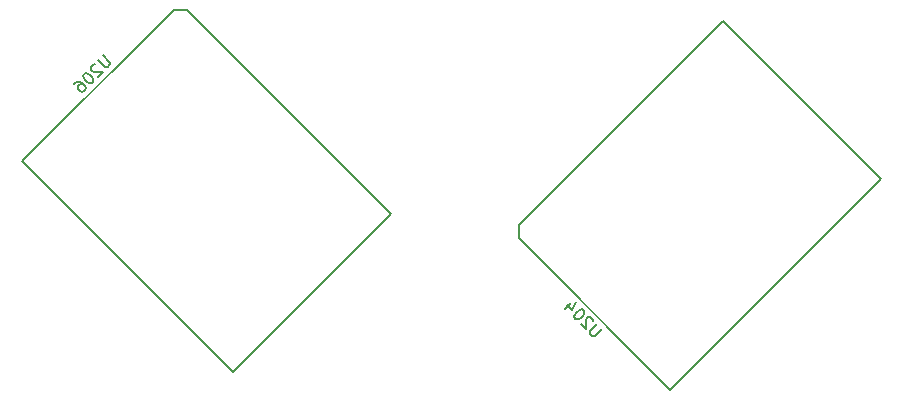
<source format=gbr>
G04 #@! TF.GenerationSoftware,KiCad,Pcbnew,(5.0.0)*
G04 #@! TF.CreationDate,2021-03-23T16:32:05-04:00*
G04 #@! TF.ProjectId,Projet_ControlledEnvironment,50726F6A65745F436F6E74726F6C6C65,1.0*
G04 #@! TF.SameCoordinates,Original*
G04 #@! TF.FileFunction,Legend,Bot*
G04 #@! TF.FilePolarity,Positive*
%FSLAX46Y46*%
G04 Gerber Fmt 4.6, Leading zero omitted, Abs format (unit mm)*
G04 Created by KiCad (PCBNEW (5.0.0)) date 03/23/21 16:32:05*
%MOMM*%
%LPD*%
G01*
G04 APERTURE LIST*
%ADD10C,0.150000*%
G04 APERTURE END LIST*
D10*
G04 #@! TO.C,U204*
X155477516Y-123158165D02*
X155477516Y-124289536D01*
X155477516Y-124289536D02*
X168276149Y-137088169D01*
X168276149Y-137088169D02*
X186088169Y-119276149D01*
X186088169Y-119276149D02*
X172723851Y-105911831D01*
X172723851Y-105911831D02*
X155477516Y-123158165D01*
G04 #@! TO.C,U206*
X144588169Y-122223851D02*
X127341835Y-104977516D01*
X131223851Y-135588169D02*
X144588169Y-122223851D01*
X113411831Y-117776149D02*
X131223851Y-135588169D01*
X126210464Y-104977516D02*
X113411831Y-117776149D01*
X127341835Y-104977516D02*
X126210464Y-104977516D01*
G04 #@! TO.C,U204*
X162486291Y-131938074D02*
X161913871Y-132510494D01*
X161812856Y-132544166D01*
X161745512Y-132544166D01*
X161644497Y-132510494D01*
X161509810Y-132375807D01*
X161476138Y-132274792D01*
X161476138Y-132207448D01*
X161509810Y-132106433D01*
X162082230Y-131534013D01*
X161711840Y-131298311D02*
X161711840Y-131230968D01*
X161678169Y-131129952D01*
X161509810Y-130961594D01*
X161408795Y-130927922D01*
X161341451Y-130927922D01*
X161240436Y-130961594D01*
X161173092Y-131028937D01*
X161105749Y-131163624D01*
X161105749Y-131971746D01*
X160668016Y-131534013D01*
X160937390Y-130389174D02*
X160870047Y-130321830D01*
X160769031Y-130288159D01*
X160701688Y-130288159D01*
X160600673Y-130321830D01*
X160432314Y-130422846D01*
X160263955Y-130591204D01*
X160162940Y-130759563D01*
X160129268Y-130860578D01*
X160129268Y-130927922D01*
X160162940Y-131028937D01*
X160230283Y-131096281D01*
X160331299Y-131129952D01*
X160398642Y-131129952D01*
X160499657Y-131096281D01*
X160668016Y-130995265D01*
X160836375Y-130826907D01*
X160937390Y-130658548D01*
X160971062Y-130557533D01*
X160971062Y-130490189D01*
X160937390Y-130389174D01*
X159859894Y-129783082D02*
X159388490Y-130254487D01*
X160297627Y-129682067D02*
X159960909Y-130355502D01*
X159523177Y-129917769D01*
G04 #@! TO.C,U206*
X120211840Y-108787474D02*
X120784260Y-109359894D01*
X120817932Y-109460909D01*
X120817932Y-109528253D01*
X120784260Y-109629268D01*
X120649573Y-109763955D01*
X120548558Y-109797627D01*
X120481214Y-109797627D01*
X120380199Y-109763955D01*
X119807779Y-109191535D01*
X119572077Y-109561925D02*
X119504734Y-109561925D01*
X119403718Y-109595596D01*
X119235360Y-109763955D01*
X119201688Y-109864970D01*
X119201688Y-109932314D01*
X119235360Y-110033329D01*
X119302703Y-110100673D01*
X119437390Y-110168016D01*
X120245512Y-110168016D01*
X119807779Y-110605749D01*
X118662940Y-110336375D02*
X118595596Y-110403718D01*
X118561925Y-110504734D01*
X118561925Y-110572077D01*
X118595596Y-110673092D01*
X118696612Y-110841451D01*
X118864970Y-111009810D01*
X119033329Y-111110825D01*
X119134344Y-111144497D01*
X119201688Y-111144497D01*
X119302703Y-111110825D01*
X119370047Y-111043482D01*
X119403718Y-110942466D01*
X119403718Y-110875123D01*
X119370047Y-110774108D01*
X119269031Y-110605749D01*
X119100673Y-110437390D01*
X118932314Y-110336375D01*
X118831299Y-110302703D01*
X118763955Y-110302703D01*
X118662940Y-110336375D01*
X117821146Y-111178169D02*
X117955833Y-111043482D01*
X118056848Y-111009810D01*
X118124192Y-111009810D01*
X118292551Y-111043482D01*
X118460909Y-111144497D01*
X118730283Y-111413871D01*
X118763955Y-111514886D01*
X118763955Y-111582230D01*
X118730283Y-111683245D01*
X118595596Y-111817932D01*
X118494581Y-111851604D01*
X118427238Y-111851604D01*
X118326222Y-111817932D01*
X118157864Y-111649573D01*
X118124192Y-111548558D01*
X118124192Y-111481214D01*
X118157864Y-111380199D01*
X118292551Y-111245512D01*
X118393566Y-111211840D01*
X118460909Y-111211840D01*
X118561925Y-111245512D01*
G04 #@! TD*
M02*

</source>
